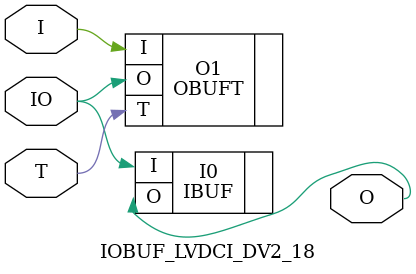
<source format=v>


`timescale  1 ps / 1 ps


module IOBUF_LVDCI_DV2_18 (O, IO, I, T);

    output O;

    inout  IO;

    input  I, T;

        OBUFT #(.IOSTANDARD("LVDCI_DV2_18") ) O1 (.O(IO), .I(I), .T(T)); 
	IBUF #(.IOSTANDARD("LVDCI_DV2_18"))  I0 (.O(O), .I(IO));
        

endmodule



</source>
